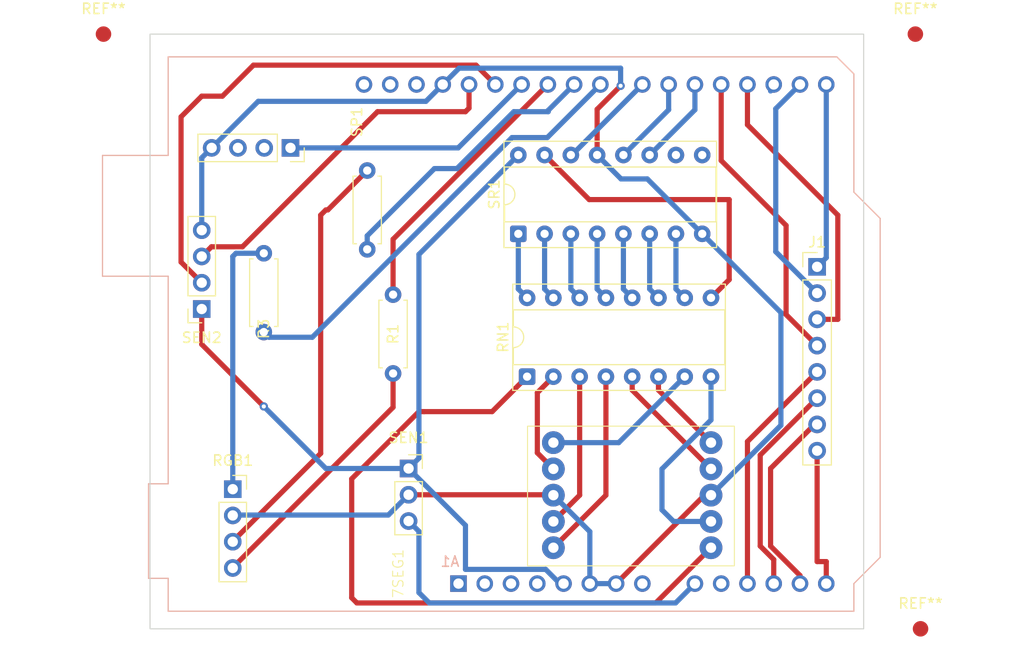
<source format=kicad_pcb>
(kicad_pcb (version 20241229) (generator "pcbnew") (generator_version "9.0")
  (layers (0 "F.Cu" signal) (2 "B.Cu" signal) (13 "F.Paste" user) (15 "B.Paste" user) (5 "F.SilkS" user "F.Silkscreen") (7 "B.SilkS" user "B.Silkscreen") (1 "F.Mask" user) (3 "B.Mask" user) (25 "Edge.Cuts" user))
  (net 0 "")
  (net 1 "/E")
  (net 2 "/D")
  (net 3 "/DP")
  (net 4 "/B")
  (net 5 "/A")
  (net 6 "GND")
  (net 7 "/G")
  (net 8 "/F")
  (net 9 "/C")
  (net 10 "/D12")
  (net 11 "/D0")
  (net 12 "/A4")
  (net 13 "/A1")
  (net 14 "/D7")
  (net 15 "/A0")
  (net 16 "/PWM11")
  (net 17 "/PWM10")
  (net 18 "/PWM9")
  (net 19 "/D2")
  (net 20 "/A3")
  (net 21 "/PWM8")
  (net 22 "/D5")
  (net 23 "/D13")
  (net 24 "/A2")
  (net 25 "/D6")
  (net 26 "/D4")
  (net 27 "/D1")
  (net 29 "/5v")
  (net 31 "/D3")
  (net 38 "/A5")
  (net 39 "Net-(RGB1-Pin_4)")
  (net 40 "Net-(RGB1-Pin_3)")
  (net 41 "Net-(RGB1-Pin_1)")
  (net 42 "Net-(RN1-R8.2)")
  (net 43 "/12")
  (net 44 "Net-(RN1-R4.2)")
  (net 45 "/10")
  (net 46 "Net-(RN1-R3.2)")
  (net 47 "Net-(RN1-R2.2)")
  (net 48 "/11")
  (net 49 "Net-(RN1-R1.2)")
  (footprint "Fiducial:Fiducial_1.5mm_Mask3mm" (layer "F.Cu") (at 215 108.5)
    (property "Reference" "REF**" (at 0 -2.45 0) (layer "F.SilkS"))
    (property "Value" "Fiducial_1.5mm_Mask3mm")
    (pad "" smd circle (at 0 0) (size 1.5 1.5) (layers "F.Cu" "F.Mask"))
  )
  (footprint "footprints:LS-5161AS" (layer "F.Cu") (at 179.5 100.66 90)
    (property "Reference" "7SEG1" (at -2.5 -15 90) (layer "F.SilkS") (effects (font (thickness 0.1))))
    (property "Value" "D168K")
    (fp_rect (start -1.75 -2.5) (end 11.75 17.5) (stroke (width 0.1)) (fill no) (layer "F.SilkS"))
    (pad "1" thru_hole circle (at 0 0 90) (size 2.2 2.2) (drill 1) (layers "*.Cu" "*.Mask") (net 1 "/E"))
    (pad "2" thru_hole circle (at 2.54 0 90) (size 2.2 2.2) (drill 1) (layers "*.Cu" "*.Mask") (net 2 "/D"))
    (pad "3" thru_hole circle (at 5.08 0 90) (size 2.2 2.2) (drill 1) (layers "*.Cu" "*.Mask") (net 6 "GND"))
    (pad "4" thru_hole circle (at 7.62 0 90) (size 2.2 2.2) (drill 1) (layers "*.Cu" "*.Mask") (net 9 "/C"))
    (pad "5" thru_hole circle (at 10.16 0 90) (size 2.2 2.2) (drill 1) (layers "*.Cu" "*.Mask") (net 3 "/DP"))
    (pad "6" thru_hole circle (at 0 15.24 90) (size 2.2 2.2) (drill 1) (layers "*.Cu" "*.Mask") (net 4 "/B"))
    (pad "7" thru_hole circle (at 2.54 15.24 90) (size 2.2 2.2) (drill 1) (layers "*.Cu" "*.Mask") (net 5 "/A"))
    (pad "8" thru_hole circle (at 5.08 15.24 90) (size 2.2 2.2) (drill 1) (layers "*.Cu" "*.Mask") (net 6 "GND"))
    (pad "9" thru_hole circle (at 7.62 15.24 90) (size 2.2 2.2) (drill 1) (layers "*.Cu" "*.Mask") (net 8 "/F"))
    (pad "10" thru_hole circle (at 10.16 15.24 90) (size 2.2 2.2) (drill 1) (layers "*.Cu" "*.Mask") (net 7 "/G"))
  )
  (footprint "Resistor_THT:R_Axial_DIN0207_L6.3mm_D2.5mm_P7.62mm_Horizontal" (layer "F.Cu") (at 161.5 71.81 90)
    (property "Reference" "R2" (hide yes))
    (property "Value" "R")
    (fp_line (start 7.08 -1.37) (end 7.08 -1.04) (stroke (width 0.12)) (layer "F.SilkS"))
    (fp_line (start 0.54 -1.37) (end 7.08 -1.37) (stroke (width 0.12)) (layer "F.SilkS"))
    (fp_line (start 0.54 -1.04) (end 0.54 -1.37) (stroke (width 0.12)) (layer "F.SilkS"))
    (fp_line (start 0.54 1.04) (end 0.54 1.37) (stroke (width 0.12)) (layer "F.SilkS"))
    (fp_line (start 7.08 1.37) (end 7.08 1.04) (stroke (width 0.12)) (layer "F.SilkS"))
    (fp_line (start 0.54 1.37) (end 7.08 1.37) (stroke (width 0.12)) (layer "F.SilkS"))
    (pad "1" thru_hole circle (at 0 0 90) (size 1.6 1.6) (drill 0.8) (layers "*.Cu" "*.Mask") (net 18 "/PWM9"))
    (pad "2" thru_hole circle (at 7.62 0 90) (size 1.6 1.6) (drill 0.8) (layers "*.Cu" "*.Mask") (net 40 "Net-(RGB1-Pin_3)"))
  )
  (footprint "Package_DIP:DIP-16_W7.62mm_Socket" (layer "F.Cu") (at 176.11 70.31 90)
    (property "Reference" "SR1" (at 3.81 -2.33 90) (layer "F.SilkS"))
    (property "Value" "74HC595")
    (fp_line (start 6.46 -1.33) (end 4.81 -1.33) (stroke (width 0.12)) (layer "F.SilkS"))
    (fp_line (start 2.81 -1.33) (end 1.16 -1.33) (stroke (width 0.12)) (layer "F.SilkS"))
    (fp_line (start 1.16 -1.33) (end 1.16 19.11) (stroke (width 0.12)) (layer "F.SilkS"))
    (fp_line (start 6.46 19.11) (end 6.46 -1.33) (stroke (width 0.12)) (layer "F.SilkS"))
    (fp_line (start 1.16 19.11) (end 6.46 19.11) (stroke (width 0.12)) (layer "F.SilkS"))
    (fp_rect (start -1.33 -1.39) (end 8.95 19.17) (stroke (width 0.12)) (fill no) (layer "F.SilkS"))
    (fp_arc (start 4.81 -1.33) (mid 3.81 -0.33) (end 2.81 -1.33) (stroke (width 0.12)) (layer "F.SilkS"))
    (pad "1" thru_hole roundrect (at 0 0 90) (size 1.6 1.6) (drill 0.8) (layers "*.Cu" "*.Mask") (roundrect_rratio 0.15625) (net 49 "Net-(RN1-R1.2)"))
    (pad "2" thru_hole circle (at 0 2.54 90) (size 1.6 1.6) (drill 0.8) (layers "*.Cu" "*.Mask") (net 47 "Net-(RN1-R2.2)"))
    (pad "3" thru_hole circle (at 0 5.08 90) (size 1.6 1.6) (drill 0.8) (layers "*.Cu" "*.Mask") (net 46 "Net-(RN1-R3.2)"))
    (pad "4" thru_hole circle (at 0 7.62 90) (size 1.6 1.6) (drill 0.8) (layers "*.Cu" "*.Mask") (net 44 "Net-(RN1-R4.2)"))
    (pad "5" thru_hole circle (at 0 10.16 90) (size 1.6 1.6) (drill 0.8) (layers "*.Cu" "*.Mask") (net 43 "/12"))
    (pad "6" thru_hole circle (at 0 12.7 90) (size 1.6 1.6) (drill 0.8) (layers "*.Cu" "*.Mask") (net 48 "/11"))
    (pad "7" thru_hole circle (at 0 15.24 90) (size 1.6 1.6) (drill 0.8) (layers "*.Cu" "*.Mask") (net 45 "/10"))
    (pad "8" thru_hole circle (at 0 17.78 90) (size 1.6 1.6) (drill 0.8) (layers "*.Cu" "*.Mask") (net 6 "GND"))
    (pad "9" thru_hole circle (at 7.62 17.78 90) (size 1.6 1.6) (drill 0.8) (layers "*.Cu" "*.Mask"))
    (pad "10" thru_hole circle (at 7.62 15.24 90) (size 1.6 1.6) (drill 0.8) (layers "*.Cu" "*.Mask"))
    (pad "11" thru_hole circle (at 7.62 12.7 90) (size 1.6 1.6) (drill 0.8) (layers "*.Cu" "*.Mask") (net 22 "/D5"))
    (pad "12" thru_hole circle (at 7.62 10.16 90) (size 1.6 1.6) (drill 0.8) (layers "*.Cu" "*.Mask") (net 25 "/D6"))
    (pad "13" thru_hole circle (at 7.62 7.62 90) (size 1.6 1.6) (drill 0.8) (layers "*.Cu" "*.Mask") (net 6 "GND"))
    (pad "14" thru_hole circle (at 7.62 5.08 90) (size 1.6 1.6) (drill 0.8) (layers "*.Cu" "*.Mask") (net 14 "/D7"))
    (pad "15" thru_hole circle (at 7.62 2.54 90) (size 1.6 1.6) (drill 0.8) (layers "*.Cu" "*.Mask") (net 42 "Net-(RN1-R8.2)"))
    (pad "16" thru_hole circle (at 7.62 0 90) (size 1.6 1.6) (drill 0.8) (layers "*.Cu" "*.Mask") (net 29 "/5v"))
  )
  (footprint "Resistor_THT:R_Axial_DIN0207_L6.3mm_D2.5mm_P7.62mm_Horizontal" (layer "F.Cu") (at 151.5 79.81 90)
    (property "Reference" "R3" (at 0.31 0 90) (layer "F.SilkS"))
    (property "Value" "R")
    (fp_line (start 7.08 -1.37) (end 7.08 -1.04) (stroke (width 0.12)) (layer "F.SilkS"))
    (fp_line (start 0.54 -1.37) (end 7.08 -1.37) (stroke (width 0.12)) (layer "F.SilkS"))
    (fp_line (start 0.54 -1.04) (end 0.54 -1.37) (stroke (width 0.12)) (layer "F.SilkS"))
    (fp_line (start 0.54 1.04) (end 0.54 1.37) (stroke (width 0.12)) (layer "F.SilkS"))
    (fp_line (start 7.08 1.37) (end 7.08 1.04) (stroke (width 0.12)) (layer "F.SilkS"))
    (fp_line (start 0.54 1.37) (end 7.08 1.37) (stroke (width 0.12)) (layer "F.SilkS"))
    (pad "1" thru_hole circle (at 0 0 90) (size 1.6 1.6) (drill 0.8) (layers "*.Cu" "*.Mask") (net 21 "/PWM8"))
    (pad "2" thru_hole circle (at 7.62 0 90) (size 1.6 1.6) (drill 0.8) (layers "*.Cu" "*.Mask") (net 41 "Net-(RGB1-Pin_1)"))
  )
  (footprint "Connector_PinHeader_2.54mm:PinHeader_1x08_P2.54mm_Vertical" (layer "F.Cu") (at 205 73.5)
    (property "Reference" "J1" (at 0 -2.38 0) (layer "F.SilkS"))
    (property "Value" "Conn_01x08_Pin")
    (fp_line (start -1.38 -1.38) (end 0 -1.38) (stroke (width 0.12)) (layer "F.SilkS"))
    (fp_line (start -1.38 0) (end -1.38 -1.38) (stroke (width 0.12)) (layer "F.SilkS"))
    (fp_line (start -1.38 1.27) (end -1.38 19.16) (stroke (width 0.12)) (layer "F.SilkS"))
    (fp_line (start -1.38 1.27) (end 1.38 1.27) (stroke (width 0.12)) (layer "F.SilkS"))
    (fp_line (start -1.38 19.16) (end 1.38 19.16) (stroke (width 0.12)) (layer "F.SilkS"))
    (fp_line (start 1.38 1.27) (end 1.38 19.16) (stroke (width 0.12)) (layer "F.SilkS"))
    (pad "1" thru_hole rect (at 0 0) (size 1.7 1.7) (drill 1) (layers "*.Cu" "*.Mask") (net 11 "/D0"))
    (pad "2" thru_hole circle (at 0 2.54) (size 1.7 1.7) (drill 1) (layers "*.Cu" "*.Mask") (net 27 "/D1"))
    (pad "3" thru_hole circle (at 0 5.08) (size 1.7 1.7) (drill 1) (layers "*.Cu" "*.Mask") (net 31 "/D3"))
    (pad "4" thru_hole circle (at 0 7.62) (size 1.7 1.7) (drill 1) (layers "*.Cu" "*.Mask") (net 26 "/D4"))
    (pad "5" thru_hole circle (at 0 10.16) (size 1.7 1.7) (drill 1) (layers "*.Cu" "*.Mask") (net 24 "/A2"))
    (pad "6" thru_hole circle (at 0 12.7) (size 1.7 1.7) (drill 1) (layers "*.Cu" "*.Mask") (net 20 "/A3"))
    (pad "7" thru_hole circle (at 0 15.24) (size 1.7 1.7) (drill 1) (layers "*.Cu" "*.Mask") (net 12 "/A4"))
    (pad "8" thru_hole circle (at 0 17.78) (size 1.7 1.7) (drill 1) (layers "*.Cu" "*.Mask") (net 38 "/A5"))
  )
  (footprint "Connector_PinSocket_2.54mm:PinSocket_1x04_P2.54mm_Vertical" (layer "F.Cu") (at 154.08 62 -90)
    (property "Reference" "SP1" (at -2.5 -6.42 90) (layer "F.SilkS"))
    (property "Value" "Conn_01x04_Socket" (hide yes))
    (fp_line (start -1.33 8.95) (end 1.33 8.95) (stroke (width 0.12)) (layer "F.SilkS"))
    (fp_line (start -1.33 1.27) (end -1.33 8.95) (stroke (width 0.12)) (layer "F.SilkS"))
    (fp_line (start -1.33 1.27) (end 1.33 1.27) (stroke (width 0.12)) (layer "F.SilkS"))
    (fp_line (start 1.33 1.27) (end 1.33 8.95) (stroke (width 0.12)) (layer "F.SilkS"))
    (fp_line (start 0 -1.33) (end 1.33 -1.33) (stroke (width 0.12)) (layer "F.SilkS"))
    (fp_line (start 1.33 -1.33) (end 1.33 0) (stroke (width 0.12)) (layer "F.SilkS"))
    (pad "1" thru_hole rect (at 0 0 270) (size 1.7 1.7) (drill 1) (layers "*.Cu" "*.Mask") (net 16 "/PWM11"))
    (pad "2" thru_hole circle (at 0 2.54 270) (size 1.7 1.7) (drill 1) (layers "*.Cu" "*.Mask"))
    (pad "3" thru_hole circle (at 0 5.08 270) (size 1.7 1.7) (drill 1) (layers "*.Cu" "*.Mask"))
    (pad "4" thru_hole circle (at 0 7.62 270) (size 1.7 1.7) (drill 1) (layers "*.Cu" "*.Mask") (net 6 "GND"))
  )
  (footprint "Connector_PinSocket_2.54mm:PinSocket_1x04_P2.54mm_Vertical" (layer "F.Cu") (at 145.5 77.58 180)
    (property "Reference" "SEN2" (at 0 -2.77 0) (layer "F.SilkS"))
    (property "Value" "Conn_01x04_Socket")
    (fp_line (start 1.33 1.27) (end 1.33 8.95) (stroke (width 0.12)) (layer "F.SilkS"))
    (fp_line (start 1.33 -1.33) (end 1.33 0) (stroke (width 0.12)) (layer "F.SilkS"))
    (fp_line (start 0 -1.33) (end 1.33 -1.33) (stroke (width 0.12)) (layer "F.SilkS"))
    (fp_line (start -1.33 8.95) (end 1.33 8.95) (stroke (width 0.12)) (layer "F.SilkS"))
    (fp_line (start -1.33 1.27) (end 1.33 1.27) (stroke (width 0.12)) (layer "F.SilkS"))
    (fp_line (start -1.33 1.27) (end -1.33 8.95) (stroke (width 0.12)) (layer "F.SilkS"))
    (pad "1" thru_hole rect (at 0 0 180) (size 1.7 1.7) (drill 1) (layers "*.Cu" "*.Mask") (net 29 "/5v"))
    (pad "2" thru_hole circle (at 0 2.54 180) (size 1.7 1.7) (drill 1) (layers "*.Cu" "*.Mask") (net 10 "/D12"))
    (pad "3" thru_hole circle (at 0 5.08 180) (size 1.7 1.7) (drill 1) (layers "*.Cu" "*.Mask") (net 23 "/D13"))
    (pad "4" thru_hole circle (at 0 7.62 180) (size 1.7 1.7) (drill 1) (layers "*.Cu" "*.Mask") (net 6 "GND"))
  )
  (footprint "Resistor_THT:R_Axial_DIN0207_L6.3mm_D2.5mm_P7.62mm_Horizontal" (layer "F.Cu") (at 164 76.19 -90)
    (property "Reference" "R1" (at 3.81 0 90) (layer "F.SilkS"))
    (property "Value" "R")
    (fp_line (start 0.54 1.37) (end 7.08 1.37) (stroke (width 0.12)) (layer "F.SilkS"))
    (fp_line (start 7.08 1.37) (end 7.08 1.04) (stroke (width 0.12)) (layer "F.SilkS"))
    (fp_line (start 0.54 1.04) (end 0.54 1.37) (stroke (width 0.12)) (layer "F.SilkS"))
    (fp_line (start 0.54 -1.04) (end 0.54 -1.37) (stroke (width 0.12)) (layer "F.SilkS"))
    (fp_line (start 0.54 -1.37) (end 7.08 -1.37) (stroke (width 0.12)) (layer "F.SilkS"))
    (fp_line (start 7.08 -1.37) (end 7.08 -1.04) (stroke (width 0.12)) (layer "F.SilkS"))
    (pad "1" thru_hole circle (at 0 0 270) (size 1.6 1.6) (drill 0.8) (layers "*.Cu" "*.Mask") (net 17 "/PWM10"))
    (pad "2" thru_hole circle (at 7.62 0 270) (size 1.6 1.6) (drill 0.8) (layers "*.Cu" "*.Mask") (net 39 "Net-(RGB1-Pin_4)"))
  )
  (footprint "Connector_PinSocket_2.54mm:PinSocket_1x03_P2.54mm_Vertical" (layer "F.Cu") (at 165.5 93)
    (property "Reference" "SEN1" (at 0 -2.975 0) (layer "F.SilkS"))
    (property "Value" "Conn_01x03_Socket")
    (fp_line (start -1.33 1.27) (end -1.33 6.41) (stroke (width 0.12)) (layer "F.SilkS"))
    (fp_line (start -1.33 1.27) (end 1.33 1.27) (stroke (width 0.12)) (layer "F.SilkS"))
    (fp_line (start -1.33 6.41) (end 1.33 6.41) (stroke (width 0.12)) (layer "F.SilkS"))
    (fp_line (start 0 -1.33) (end 1.33 -1.33) (stroke (width 0.12)) (layer "F.SilkS"))
    (fp_line (start 1.33 -1.33) (end 1.33 0) (stroke (width 0.12)) (layer "F.SilkS"))
    (fp_line (start 1.33 1.27) (end 1.33 6.41) (stroke (width 0.12)) (layer "F.SilkS"))
    (pad "1" thru_hole rect (at 0 0) (size 1.7 1.7) (drill 1) (layers "*.Cu" "*.Mask") (net 29 "/5v"))
    (pad "2" thru_hole circle (at 0 2.54) (size 1.7 1.7) (drill 1) (layers "*.Cu" "*.Mask") (net 6 "GND"))
    (pad "3" thru_hole circle (at 0 5.08) (size 1.7 1.7) (drill 1) (layers "*.Cu" "*.Mask") (net 15 "/A0"))
  )
  (footprint "Package_DIP:DIP-16_W7.62mm_Socket" (layer "F.Cu") (at 176.96 84.12 90)
    (property "Reference" "RN1" (at 3.81 -2.33 90) (layer "F.SilkS"))
    (property "Value" "R_Pack08")
    (fp_line (start 6.46 -1.33) (end 4.81 -1.33) (stroke (width 0.12)) (layer "F.SilkS"))
    (fp_line (start 2.81 -1.33) (end 1.16 -1.33) (stroke (width 0.12)) (layer "F.SilkS"))
    (fp_line (start 1.16 -1.33) (end 1.16 19.11) (stroke (width 0.12)) (layer "F.SilkS"))
    (fp_line (start 6.46 19.11) (end 6.46 -1.33) (stroke (width 0.12)) (layer "F.SilkS"))
    (fp_line (start 1.16 19.11) (end 6.46 19.11) (stroke (width 0.12)) (layer "F.SilkS"))
    (fp_rect (start -1.33 -1.39) (end 8.95 19.17) (stroke (width 0.12)) (fill no) (layer "F.SilkS"))
    (fp_arc (start 4.81 -1.33) (mid 3.81 -0.33) (end 2.81 -1.33) (stroke (width 0.12)) (layer "F.SilkS"))
    (pad "1" thru_hole roundrect (at 0 0 90) (size 1.6 1.6) (drill 0.8) (layers "*.Cu" "*.Mask") (roundrect_rratio 0.15625) (net 4 "/B"))
    (pad "2" thru_hole circle (at 0 2.54 90) (size 1.6 1.6) (drill 0.8) (layers "*.Cu" "*.Mask") (net 9 "/C"))
    (pad "3" thru_hole circle (at 0 5.08 90) (size 1.6 1.6) (drill 0.8) (layers "*.Cu" "*.Mask") (net 2 "/D"))
    (pad "4" thru_hole circle (at 0 7.62 90) (size 1.6 1.6) (drill 0.8) (layers "*.Cu" "*.Mask") (net 1 "/E"))
    (pad "5" thru_hole circle (at 0 10.16 90) (size 1.6 1.6) (drill 0.8) (layers "*.Cu" "*.Mask") (net 8 "/F"))
    (pad "6" thru_hole circle (at 0 12.7 90) (size 1.6 1.6) (drill 0.8) (layers "*.Cu" "*.Mask") (net 7 "/G"))
    (pad "7" thru_hole circle (at 0 15.24 90) (size 1.6 1.6) (drill 0.8) (layers "*.Cu" "*.Mask") (net 3 "/DP"))
    (pad "8" thru_hole circle (at 0 17.78 90) (size 1.6 1.6) (drill 0.8) (layers "*.Cu" "*.Mask") (net 5 "/A"))
    (pad "9" thru_hole circle (at 7.62 17.78 90) (size 1.6 1.6) (drill 0.8) (layers "*.Cu" "*.Mask") (net 42 "Net-(RN1-R8.2)"))
    (pad "10" thru_hole circle (at 7.62 15.24 90) (size 1.6 1.6) (drill 0.8) (layers "*.Cu" "*.Mask") (net 45 "/10"))
    (pad "11" thru_hole circle (at 7.62 12.7 90) (size 1.6 1.6) (drill 0.8) (layers "*.Cu" "*.Mask") (net 48 "/11"))
    (pad "12" thru_hole circle (at 7.62 10.16 90) (size 1.6 1.6) (drill 0.8) (layers "*.Cu" "*.Mask") (net 43 "/12"))
    (pad "13" thru_hole circle (at 7.62 7.62 90) (size 1.6 1.6) (drill 0.8) (layers "*.Cu" "*.Mask") (net 44 "Net-(RN1-R4.2)"))
    (pad "14" thru_hole circle (at 7.62 5.08 90) (size 1.6 1.6) (drill 0.8) (layers "*.Cu" "*.Mask") (net 46 "Net-(RN1-R3.2)"))
    (pad "15" thru_hole circle (at 7.62 2.54 90) (size 1.6 1.6) (drill 0.8) (layers "*.Cu" "*.Mask") (net 47 "Net-(RN1-R2.2)"))
    (pad "16" thru_hole circle (at 7.62 0 90) (size 1.6 1.6) (drill 0.8) (layers "*.Cu" "*.Mask") (net 49 "Net-(RN1-R1.2)"))
  )
  (footprint "Fiducial:Fiducial_1.5mm_Mask3mm" (layer "F.Cu") (at 136 51)
    (property "Reference" "REF**" (at 0 -2.45 0) (layer "F.SilkS"))
    (property "Value" "Fiducial_1.5mm_Mask3mm")
    (pad "" smd circle (at 0 0) (size 1.5 1.5) (layers "F.Cu" "F.Mask"))
  )
  (footprint "Fiducial:Fiducial_1.5mm_Mask3mm" (layer "F.Cu") (at 214.5 51)
    (property "Reference" "REF**" (at 0 -2.45 0) (layer "F.SilkS"))
    (property "Value" "Fiducial_1.5mm_Mask3mm")
    (pad "" smd circle (at 0 0) (size 1.5 1.5) (layers "F.Cu" "F.Mask"))
  )
  (footprint "Connector_PinSocket_2.54mm:PinSocket_1x04_P2.54mm_Vertical" (layer "F.Cu") (at 148.5 95)
    (property "Reference" "RGB1" (at 0 -2.77 0) (layer "F.SilkS"))
    (property "Value" "Conn_01x04_Socket")
    (fp_line (start -1.33 1.27) (end -1.33 8.95) (stroke (width 0.12)) (layer "F.SilkS"))
    (fp_line (start -1.33 1.27) (end 1.33 1.27) (stroke (width 0.12)) (layer "F.SilkS"))
    (fp_line (start -1.33 8.95) (end 1.33 8.95) (stroke (width 0.12)) (layer "F.SilkS"))
    (fp_line (start 0 -1.33) (end 1.33 -1.33) (stroke (width 0.12)) (layer "F.SilkS"))
    (fp_line (start 1.33 -1.33) (end 1.33 0) (stroke (width 0.12)) (layer "F.SilkS"))
    (fp_line (start 1.33 1.27) (end 1.33 8.95) (stroke (width 0.12)) (layer "F.SilkS"))
    (pad "1" thru_hole rect (at 0 0) (size 1.7 1.7) (drill 1) (layers "*.Cu" "*.Mask") (net 41 "Net-(RGB1-Pin_1)"))
    (pad "2" thru_hole circle (at 0 2.54) (size 1.7 1.7) (drill 1) (layers "*.Cu" "*.Mask") (net 6 "GND"))
    (pad "3" thru_hole circle (at 0 5.08) (size 1.7 1.7) (drill 1) (layers "*.Cu" "*.Mask") (net 40 "Net-(RGB1-Pin_3)"))
    (pad "4" thru_hole circle (at 0 7.62) (size 1.7 1.7) (drill 1) (layers "*.Cu" "*.Mask") (net 39 "Net-(RGB1-Pin_4)"))
  )
  (footprint "Module:Arduino_UNO_R3" (layer "B.Cu") (at 170.325 104.13)
    (property "Reference" "A1" (at -0.825 -2.13 0) (layer "B.SilkS") (effects (justify mirror)))
    (property "Value" "Arduino_UNO_R3")
    (fp_line (start -34.42 -41.4) (end -28.07 -41.4) (stroke (width 0.12)) (layer "B.SilkS"))
    (fp_line (start -34.42 -29.72) (end -34.42 -41.4) (stroke (width 0.12)) (layer "B.SilkS"))
    (fp_line (start -29.97 -9.65) (end -28.07 -9.65) (stroke (width 0.12)) (layer "B.SilkS"))
    (fp_line (start -29.97 -0.51) (end -29.97 -9.65) (stroke (width 0.12)) (layer "B.SilkS"))
    (fp_line (start -28.07 -50.93) (end 36.58 -50.93) (stroke (width 0.12)) (layer "B.SilkS"))
    (fp_line (start -28.07 -41.4) (end -28.07 -50.93) (stroke (width 0.12)) (layer "B.SilkS"))
    (fp_line (start -28.07 -29.72) (end -34.42 -29.72) (stroke (width 0.12)) (layer "B.SilkS"))
    (fp_line (start -28.07 -9.65) (end -28.07 -29.72) (stroke (width 0.12)) (layer "B.SilkS"))
    (fp_line (start -28.07 -0.51) (end -29.97 -0.51) (stroke (width 0.12)) (layer "B.SilkS"))
    (fp_line (start -28.07 2.67) (end -28.07 -0.51) (stroke (width 0.12)) (layer "B.SilkS"))
    (fp_line (start 36.58 -50.93) (end 38.23 -49.28) (stroke (width 0.12)) (layer "B.SilkS"))
    (fp_line (start 38.23 -49.28) (end 38.23 -37.85) (stroke (width 0.12)) (layer "B.SilkS"))
    (fp_line (start 38.23 -37.85) (end 40.77 -35.31) (stroke (width 0.12)) (layer "B.SilkS"))
    (fp_line (start 38.23 0) (end 38.23 2.67) (stroke (width 0.12)) (layer "B.SilkS"))
    (fp_line (start 38.23 2.67) (end -28.07 2.67) (stroke (width 0.12)) (layer "B.SilkS"))
    (fp_line (start 40.77 -35.31) (end 40.77 -2.54) (stroke (width 0.12)) (layer "B.SilkS"))
    (fp_line (start 40.77 -2.54) (end 38.23 0) (stroke (width 0.12)) (layer "B.SilkS"))
    (pad "1" thru_hole rect (at 0 0 270) (size 1.6 1.6) (drill 1) (layers "*.Cu" "*.Mask"))
    (pad "2" thru_hole oval (at 2.54 0 270) (size 1.6 1.6) (drill 1) (layers "*.Cu" "*.Mask"))
    (pad "3" thru_hole oval (at 5.08 0 270) (size 1.6 1.6) (drill 1) (layers "*.Cu" "*.Mask"))
    (pad "4" thru_hole oval (at 7.62 0 270) (size 1.6 1.6) (drill 1) (layers "*.Cu" "*.Mask"))
    (pad "5" thru_hole oval (at 10.16 0 270) (size 1.6 1.6) (drill 1) (layers "*.Cu" "*.Mask") (net 29 "/5v"))
    (pad "6" thru_hole oval (at 12.7 0 270) (size 1.6 1.6) (drill 1) (layers "*.Cu" "*.Mask") (net 6 "GND"))
    (pad "7" thru_hole oval (at 15.24 0 270) (size 1.6 1.6) (drill 1) (layers "*.Cu" "*.Mask") (net 6 "GND"))
    (pad "8" thru_hole oval (at 17.78 0 270) (size 1.6 1.6) (drill 1) (layers "*.Cu" "*.Mask"))
    (pad "9" thru_hole oval (at 22.86 0 270) (size 1.6 1.6) (drill 1) (layers "*.Cu" "*.Mask") (net 15 "/A0"))
    (pad "10" thru_hole oval (at 25.4 0 270) (size 1.6 1.6) (drill 1) (layers "*.Cu" "*.Mask") (net 13 "/A1"))
    (pad "11" thru_hole oval (at 27.94 0 270) (size 1.6 1.6) (drill 1) (layers "*.Cu" "*.Mask") (net 24 "/A2"))
    (pad "12" thru_hole oval (at 30.48 0 270) (size 1.6 1.6) (drill 1) (layers "*.Cu" "*.Mask") (net 20 "/A3"))
    (pad "13" thru_hole oval (at 33.02 0 270) (size 1.6 1.6) (drill 1) (layers "*.Cu" "*.Mask") (net 12 "/A4"))
    (pad "14" thru_hole oval (at 35.56 0 270) (size 1.6 1.6) (drill 1) (layers "*.Cu" "*.Mask") (net 38 "/A5"))
    (pad "15" thru_hole oval (at 35.56 -48.26 270) (size 1.6 1.6) (drill 1) (layers "*.Cu" "*.Mask") (net 11 "/D0"))
    (pad "16" thru_hole oval (at 33.02 -48.26 270) (size 1.6 1.6) (drill 1) (layers "*.Cu" "*.Mask") (net 27 "/D1"))
    (pad "17" thru_hole oval (at 30.48 -48.26 270) (size 1.6 1.6) (drill 1) (layers "*.Cu" "*.Mask") (net 19 "/D2"))
    (pad "18" thru_hole oval (at 27.94 -48.26 270) (size 1.6 1.6) (drill 1) (layers "*.Cu" "*.Mask") (net 31 "/D3"))
    (pad "19" thru_hole oval (at 25.4 -48.26 270) (size 1.6 1.6) (drill 1) (layers "*.Cu" "*.Mask") (net 26 "/D4"))
    (pad "20" thru_hole oval (at 22.86 -48.26 270) (size 1.6 1.6) (drill 1) (layers "*.Cu" "*.Mask") (net 22 "/D5"))
    (pad "21" thru_hole oval (at 20.32 -48.26 270) (size 1.6 1.6) (drill 1) (layers "*.Cu" "*.Mask") (net 25 "/D6"))
    (pad "22" thru_hole oval (at 17.78 -48.26 270) (size 1.6 1.6) (drill 1) (layers "*.Cu" "*.Mask") (net 14 "/D7"))
    (pad "23" thru_hole oval (at 13.72 -48.26 270) (size 1.6 1.6) (drill 1) (layers "*.Cu" "*.Mask") (net 21 "/PWM8"))
    (pad "24" thru_hole oval (at 11.18 -48.26 270) (size 1.6 1.6) (drill 1) (layers "*.Cu" "*.Mask") (net 18 "/PWM9"))
    (pad "25" thru_hole oval (at 8.64 -48.26 270) (size 1.6 1.6) (drill 1) (layers "*.Cu" "*.Mask") (net 17 "/PWM10"))
    (pad "26" thru_hole oval (at 6.1 -48.26 270) (size 1.6 1.6) (drill 1) (layers "*.Cu" "*.Mask") (net 16 "/PWM11"))
    (pad "27" thru_hole oval (at 3.56 -48.26 270) (size 1.6 1.6) (drill 1) (layers "*.Cu" "*.Mask") (net 10 "/D12"))
    (pad "28" thru_hole oval (at 1.02 -48.26 270) (size 1.6 1.6) (drill 1) (layers "*.Cu" "*.Mask") (net 23 "/D13"))
    (pad "29" thru_hole oval (at -1.52 -48.26 270) (size 1.6 1.6) (drill 1) (layers "*.Cu" "*.Mask") (net 6 "GND"))
    (pad "30" thru_hole oval (at -4.06 -48.26 270) (size 1.6 1.6) (drill 1) (layers "*.Cu" "*.Mask"))
    (pad "31" thru_hole oval (at -6.6 -48.26 270) (size 1.6 1.6) (drill 1) (layers "*.Cu" "*.Mask"))
    (pad "32" thru_hole oval (at -9.14 -48.26 270) (size 1.6 1.6) (drill 1) (layers "*.Cu" "*.Mask"))
  )
  (gr_rect (start 140.5 51) (end 209.5 108.5) (stroke (width 0.1)) (fill no) (layer "Edge.Cuts"))
  (segment (start 184.58 95.58) (end 179.5 100.66) (width 0.5) (layer "F.Cu") (net 1))
  (segment (start 184.58 84.12) (end 184.58 95.58) (width 0.5) (layer "F.Cu") (net 1))
  (segment (start 182.04 84.12) (end 182.04 95.58) (width 0.5) (layer "F.Cu") (net 2))
  (segment (start 182.04 95.58) (end 179.5 98.12) (width 0.5) (layer "F.Cu") (net 2))
  (segment (start 192.2 84.12) (end 185.82 90.5) (width 0.5) (layer "B.Cu") (net 3))
  (segment (start 185.82 90.5) (end 179.5 90.5) (width 0.5) (layer "B.Cu") (net 3))
  (segment (start 166.5 87.5) (end 167 87.5) (width 0.5) (layer "F.Cu") (net 4))
  (segment (start 160.5 106) (end 160 105.5) (width 0.5) (layer "F.Cu") (net 4))
  (segment (start 160 105.5) (end 160 94) (width 0.5) (layer "F.Cu") (net 4))
  (segment (start 173.58 87.5) (end 176.96 84.12) (width 0.5) (layer "F.Cu") (net 4))
  (segment (start 189.4 106) (end 160.5 106) (width 0.5) (layer "F.Cu") (net 4))
  (segment (start 160 94) (end 166.5 87.5) (width 0.5) (layer "F.Cu") (net 4))
  (segment (start 194.74 100.66) (end 189.4 106) (width 0.5) (layer "F.Cu") (net 4))
  (segment (start 167 87.5) (end 173.58 87.5) (width 0.5) (layer "F.Cu") (net 4))
  (segment (start 194.74 88.306554) (end 194.74 84.12) (width 0.5) (layer "B.Cu") (net 5))
  (segment (start 190 97) (end 190 93.046554) (width 0.5) (layer "B.Cu") (net 5))
  (segment (start 194.74 98.12) (end 191.12 98.12) (width 0.5) (layer "B.Cu") (net 5))
  (segment (start 191.12 98.12) (end 190 97) (width 0.5) (layer "B.Cu") (net 5))
  (segment (start 190 93.046554) (end 194.74 88.306554) (width 0.5) (layer "B.Cu") (net 5))
  (segment (start 179.46 95.54) (end 179.5 95.58) (width 0.5) (layer "F.Cu") (net 6))
  (segment (start 194.115 95.58) (end 194.74 95.58) (width 0.5) (layer "F.Cu") (net 6))
  (segment (start 185.565 104.13) (end 194.115 95.58) (width 0.5) (layer "F.Cu") (net 6))
  (segment (start 183.73 58.27) (end 186 56) (width 0.5) (layer "F.Cu") (net 6))
  (segment (start 165.5 95.54) (end 179.46 95.54) (width 0.5) (layer "F.Cu") (net 6))
  (segment (start 183.73 62.69) (end 183.73 58.27) (width 0.5) (layer "F.Cu") (net 6))
  (via (at 186 56) (size 0.8) (drill 0.4) (layers "F.Cu" "B.Cu") (net 6))
  (segment (start 163.54 97.5) (end 148.5 97.5) (width 0.5) (layer "B.Cu") (net 6))
  (segment (start 188.58 65) (end 186.04 65) (width 0.5) (layer "B.Cu") (net 6))
  (segment (start 193.89 70.31) (end 188.58 65) (width 0.5) (layer "B.Cu") (net 6))
  (segment (start 167.175 57.5) (end 168.805 55.87) (width 0.5) (layer "B.Cu") (net 6))
  (segment (start 193.89 70.31) (end 201.5 77.92) (width 0.5) (layer "B.Cu") (net 6))
  (segment (start 183.025 99.105) (end 179.5 95.58) (width 0.5) (layer "B.Cu") (net 6))
  (segment (start 170.382 54.293) (end 186 54.293) (width 0.5) (layer "B.Cu") (net 6))
  (segment (start 145.5 62.96) (end 145.5 69.96) (width 0.5) (layer "B.Cu") (net 6))
  (segment (start 165.5 95.54) (end 163.54 97.5) (width 0.5) (layer "B.Cu") (net 6))
  (segment (start 150.96 57.5) (end 167.175 57.5) (width 0.5) (layer "B.Cu") (net 6))
  (segment (start 186.04 65) (end 183.73 62.69) (width 0.5) (layer "B.Cu") (net 6))
  (segment (start 201.5 77.92) (end 201.5 88.82) (width 0.5) (layer "B.Cu") (net 6))
  (segment (start 168.805 55.87) (end 170.382 54.293) (width 0.5) (layer "B.Cu") (net 6))
  (segment (start 201.5 88.82) (end 194.74 95.58) (width 0.5) (layer "B.Cu") (net 6))
  (segment (start 183.025 104.13) (end 183.025 99.105) (width 0.5) (layer "B.Cu") (net 6))
  (segment (start 183.025 104.13) (end 185.565 104.13) (width 0.5) (layer "B.Cu") (net 6))
  (segment (start 146.46 62) (end 145.5 62.96) (width 0.5) (layer "B.Cu") (net 6))
  (segment (start 146.46 62) (end 150.96 57.5) (width 0.5) (layer "B.Cu") (net 6))
  (segment (start 186 56) (end 186 54.293) (width 0.5) (layer "B.Cu") (net 6))
  (segment (start 194.74 90.5) (end 189.66 85.42) (width 0.5) (layer "F.Cu") (net 7))
  (segment (start 189.66 85.42) (end 189.66 84.12) (width 0.5) (layer "F.Cu") (net 7))
  (segment (start 194.74 93.04) (end 187.12 85.42) (width 0.5) (layer "F.Cu") (net 8))
  (segment (start 187.12 85.42) (end 187.12 84.12) (width 0.5) (layer "F.Cu") (net 8))
  (segment (start 179.5 84.12) (end 177.949 85.671) (width 0.5) (layer "F.Cu") (net 9))
  (segment (start 177.949 85.671) (end 177.949 91.489) (width 0.5) (layer "F.Cu") (net 9))
  (segment (start 177.949 91.489) (end 179.5 93.04) (width 0.5) (layer "F.Cu") (net 9))
  (segment (start 145.5 57) (end 147.5 57) (width 0.5) (layer "F.Cu") (net 10))
  (segment (start 143.5 73.04) (end 143.5 59) (width 0.5) (layer "F.Cu") (net 10))
  (segment (start 145.5 75.04) (end 143.5 73.04) (width 0.5) (layer "F.Cu") (net 10))
  (segment (start 147.5 57) (end 150.5 54) (width 0.5) (layer "F.Cu") (net 10))
  (segment (start 172.015 54) (end 173.885 55.87) (width 0.5) (layer "F.Cu") (net 10))
  (segment (start 150.5 54) (end 172.015 54) (width 0.5) (layer "F.Cu") (net 10))
  (segment (start 143.5 59) (end 145.5 57) (width 0.5) (layer "F.Cu") (net 10))
  (segment (start 205.885 55.87) (end 205.885 72.615) (width 0.5) (layer "B.Cu") (net 11))
  (segment (start 205.885 72.615) (end 205 73.5) (width 0.5) (layer "B.Cu") (net 11))
  (segment (start 203.345 103.345) (end 203.345 104.13) (width 0.5) (layer "F.Cu") (net 12))
  (segment (start 205 88.74) (end 204.76 88.74) (width 0.5) (layer "F.Cu") (net 12))
  (segment (start 200.5 93) (end 200.5 100.5) (width 0.5) (layer "F.Cu") (net 12))
  (segment (start 204.76 88.74) (end 200.5 93) (width 0.5) (layer "F.Cu") (net 12))
  (segment (start 200.5 100.5) (end 203.345 103.345) (width 0.5) (layer "F.Cu") (net 12))
  (segment (start 188.105 55.87) (end 181.285 62.69) (width 0.5) (layer "B.Cu") (net 14))
  (segment (start 181.285 62.69) (end 181.19 62.69) (width 0.5) (layer "B.Cu") (net 14))
  (segment (start 166.5 105) (end 166.5 99.08) (width 0.5) (layer "B.Cu") (net 15))
  (segment (start 193.185 104.13) (end 191.315 106) (width 0.5) (layer "B.Cu") (net 15))
  (segment (start 167.5 106) (end 166.5 105) (width 0.5) (layer "B.Cu") (net 15))
  (segment (start 191.315 106) (end 167.5 106) (width 0.5) (layer "B.Cu") (net 15))
  (segment (start 166.5 99.08) (end 165.5 98.08) (width 0.5) (layer "B.Cu") (net 15))
  (segment (start 170.295 62) (end 176.425 55.87) (width 0.5) (layer "B.Cu") (net 16))
  (segment (start 154.08 62) (end 170.295 62) (width 0.5) (layer "B.Cu") (net 16))
  (segment (start 164 76.19) (end 164 70.835) (width 0.5) (layer "F.Cu") (net 17))
  (segment (start 164 70.835) (end 178.965 55.87) (width 0.5) (layer "F.Cu") (net 17))
  (segment (start 163.81 76.19) (end 163.5 76.5) (width 0.5) (layer "B.Cu") (net 17))
  (segment (start 161.5 70.5) (end 168 64) (width 0.5) (layer "B.Cu") (net 18))
  (segment (start 168 64) (end 170.175405 64) (width 0.5) (layer "B.Cu") (net 18))
  (segment (start 175.675405 58.5) (end 179 58.5) (width 0.5) (layer "B.Cu") (net 18))
  (segment (start 179 58.375) (end 179 58.5) (width 0.5) (layer "B.Cu") (net 18))
  (segment (start 161.5 71.81) (end 161.5 70.5) (width 0.5) (layer "B.Cu") (net 18))
  (segment (start 181.505 55.87) (end 179 58.375) (width 0.5) (layer "B.Cu") (net 18))
  (segment (start 170.175405 64) (end 175.675405 58.5) (width 0.5) (layer "B.Cu") (net 18))
  (segment (start 200.805 56.195) (end 200.5 56.5) (width 0.5) (layer "B.Cu") (net 19))
  (segment (start 200.805 56.195) (end 200.805 55.87) (width 0.5) (layer "B.Cu") (net 19))
  (segment (start 200.805 101.805) (end 200.805 104.13) (width 0.5) (layer "F.Cu") (net 20))
  (segment (start 205 86.2) (end 199.5 91.7) (width 0.5) (layer "F.Cu") (net 20))
  (segment (start 199.5 100.5) (end 200.805 101.805) (width 0.5) (layer "F.Cu") (net 20))
  (segment (start 199.5 91.7) (end 199.5 100.5) (width 0.5) (layer "F.Cu") (net 20))
  (segment (start 178.915 61) (end 175.5 61) (width 0.5) (layer "B.Cu") (net 21))
  (segment (start 175.5 61) (end 156.19 80.31) (width 0.5) (layer "B.Cu") (net 21))
  (segment (start 156.19 80.31) (end 152 80.31) (width 0.5) (layer "B.Cu") (net 21))
  (segment (start 152 80.31) (end 151.5 79.81) (width 0.5) (layer "B.Cu") (net 21))
  (segment (start 184.045 55.87) (end 178.915 61) (width 0.5) (layer "B.Cu") (net 21))
  (segment (start 193.185 58.315) (end 188.81 62.69) (width 0.5) (layer "B.Cu") (net 22))
  (segment (start 193.185 55.87) (end 193.185 58.315) (width 0.5) (layer "B.Cu") (net 22))
  (segment (start 145.5 72.5) (end 146.436 71.564) (width 0.5) (layer "F.Cu") (net 23))
  (segment (start 162.5 58.5) (end 171 58.5) (width 0.5) (layer "F.Cu") (net 23))
  (segment (start 171.345 58.155) (end 171.345 55.87) (width 0.5) (layer "F.Cu") (net 23))
  (segment (start 146.436 71.564) (end 149.436 71.564) (width 0.5) (layer "F.Cu") (net 23))
  (segment (start 171 58.5) (end 171.345 58.155) (width 0.5) (layer "F.Cu") (net 23))
  (segment (start 149.436 71.564) (end 162.5 58.5) (width 0.5) (layer "F.Cu") (net 23))
  (segment (start 198.265 104.13) (end 198.265 90.395) (width 0.5) (layer "F.Cu") (net 24))
  (segment (start 198.265 90.395) (end 205 83.66) (width 0.5) (layer "F.Cu") (net 24))
  (segment (start 190.645 55.87) (end 190.645 58.315) (width 0.5) (layer "B.Cu") (net 25))
  (segment (start 190.645 58.315) (end 186.27 62.69) (width 0.5) (layer "B.Cu") (net 25))
  (segment (start 195.725 55.87) (end 195.725 63.225) (width 0.5) (layer "F.Cu") (net 26))
  (segment (start 202 78.12) (end 205 81.12) (width 0.5) (layer "F.Cu") (net 26))
  (segment (start 202 69.5) (end 202 78.12) (width 0.5) (layer "F.Cu") (net 26))
  (segment (start 195.725 63.225) (end 202 69.5) (width 0.5) (layer "F.Cu") (net 26))
  (segment (start 203.345 55.87) (end 201 58.215) (width 0.5) (layer "B.Cu") (net 27))
  (segment (start 201 58.215) (end 201 72.04) (width 0.5) (layer "B.Cu") (net 27))
  (segment (start 201 72.04) (end 205 76.04) (width 0.5) (layer "B.Cu") (net 27))
  (segment (start 145.5 81) (end 145.5 77.58) (width 0.5) (layer "F.Cu") (net 29))
  (segment (start 151.5 87) (end 145.5 81) (width 0.5) (layer "F.Cu") (net 29))
  (via (at 151.5 87) (size 0.8) (drill 0.4) (layers "F.Cu" "B.Cu") (net 29))
  (segment (start 180.13 104.13) (end 178.753874 102.753874) (width 0.5) (layer "B.Cu") (net 29))
  (segment (start 157.5 93) (end 165.5 93) (width 0.5) (layer "B.Cu") (net 29))
  (segment (start 176.11 62.69) (end 166.5 72.3) (width 0.5) (layer "B.Cu") (net 29))
  (segment (start 166.5 72.3) (end 166.5 92) (width 0.5) (layer "B.Cu") (net 29))
  (segment (start 180.485 104.13) (end 180.13 104.13) (width 0.5) (layer "B.Cu") (net 29))
  (segment (start 171 98.5) (end 165.5 93) (width 0.5) (layer "B.Cu") (net 29))
  (segment (start 151.5 87) (end 157.5 93) (width 0.5) (layer "B.Cu") (net 29))
  (segment (start 166.5 92) (end 165.5 93) (width 0.5) (layer "B.Cu") (net 29))
  (segment (start 178.753874 102.753874) (end 171 102.753874) (width 0.5) (layer "B.Cu") (net 29))
  (segment (start 171 102.753874) (end 171 98.5) (width 0.5) (layer "B.Cu") (net 29))
  (segment (start 207 68.5) (end 207 78.58) (width 0.5) (layer "F.Cu") (net 31))
  (segment (start 198.265 55.87) (end 198.265 59.765) (width 0.5) (layer "F.Cu") (net 31))
  (segment (start 207 78.58) (end 205 78.58) (width 0.5) (layer "F.Cu") (net 31))
  (segment (start 198.265 59.765) (end 207 68.5) (width 0.5) (layer "F.Cu") (net 31))
  (segment (start 205.885 102) (end 205.885 104.13) (width 0.5) (layer "F.Cu") (net 38))
  (segment (start 205 102) (end 205.885 102) (width 0.5) (layer "F.Cu") (net 38))
  (segment (start 205 91.28) (end 205 102) (width 0.5) (layer "F.Cu") (net 38))
  (segment (start 148.5 102.58) (end 164 87.08) (width 0.5) (layer "F.Cu") (net 39))
  (segment (start 164 87.08) (end 164 83.81) (width 0.5) (layer "F.Cu") (net 39))
  (segment (start 157.69 68) (end 161.5 64.19) (width 0.5) (layer "F.Cu") (net 40))
  (segment (start 157 91.54) (end 157 68.5) (width 0.5) (layer "F.Cu") (net 40))
  (segment (start 157.5 68) (end 157.69 68) (width 0.5) (layer "F.Cu") (net 40))
  (segment (start 157 68.5) (end 157.5 68) (width 0.5) (layer "F.Cu") (net 40))
  (segment (start 148.5 100.04) (end 157 91.54) (width 0.5) (layer "F.Cu") (net 40))
  (segment (start 148.81 72.19) (end 148.5 72.5) (width 0.5) (layer "B.Cu") (net 41))
  (segment (start 148.5 72.5) (end 148.5 95.5) (width 0.5) (layer "B.Cu") (net 41))
  (segment (start 151.5 72.19) (end 148.81 72.19) (width 0.5) (layer "B.Cu") (net 41))
  (segment (start 196.5 74.74) (end 194.74 76.5) (width 0.5) (layer "F.Cu") (net 42))
  (segment (start 178.65 62.69) (end 182.96 67) (width 0.5) (layer "F.Cu") (net 42))
  (segment (start 182.96 67) (end 196.5 67) (width 0.5) (layer "F.Cu") (net 42))
  (segment (start 196.5 67) (end 196.5 74.74) (width 0.5) (layer "F.Cu") (net 42))
  (segment (start 186.27 75.65) (end 187.12 76.5) (width 0.5) (layer "B.Cu") (net 43))
  (segment (start 186.27 70.31) (end 186.27 75.65) (width 0.5) (layer "B.Cu") (net 43))
  (segment (start 183.73 75.65) (end 184.58 76.5) (width 0.5) (layer "B.Cu") (net 44))
  (segment (start 183.73 70.31) (end 183.73 75.65) (width 0.5) (layer "B.Cu") (net 44))
  (segment (start 191.35 70.31) (end 191.35 75.65) (width 0.5) (layer "B.Cu") (net 45))
  (segment (start 191.35 75.65) (end 192.2 76.5) (width 0.5) (layer "B.Cu") (net 45))
  (segment (start 181.19 75.65) (end 182.04 76.5) (width 0.5) (layer "B.Cu") (net 46))
  (segment (start 181.19 70.31) (end 181.19 75.65) (width 0.5) (layer "B.Cu") (net 46))
  (segment (start 178.65 75.65) (end 179.5 76.5) (width 0.5) (layer "B.Cu") (net 47))
  (segment (start 178.65 70.31) (end 178.65 75.65) (width 0.5) (layer "B.Cu") (net 47))
  (segment (start 188.81 70.31) (end 188.81 75.65) (width 0.5) (layer "B.Cu") (net 48))
  (segment (start 188.81 75.65) (end 189.66 76.5) (width 0.5) (layer "B.Cu") (net 48))
  (segment (start 176.11 70.31) (end 176.11 75.65) (width 0.5) (layer "B.Cu") (net 49))
  (segment (start 176.11 75.65) (end 176.96 76.5) (width 0.5) (layer "B.Cu") (net 49))
)
</source>
